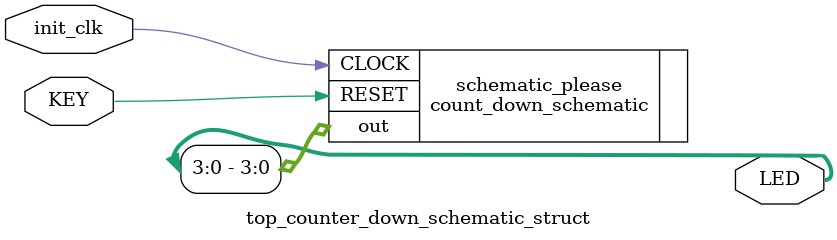
<source format=v>
module top_counter_down_schematic_struct(KEY, LED, init_clk);
	input init_clk, KEY;
	output[9:0] LED;

//	reg[26:0] tBase; //  system timebase
//	wire slow_clk, inv_q;
//	
//	always @(posedge init_clk) tBase <= tBase + 1'b1; 	         //  build the timebase
//	
//	DFlipFlop time_flip (.q(slow_clk), .qBar(inv_q), .D(inv_q), .clk(tBase[24]), .rst(KEY));  //  uses system clock / 2^19 ~= 10 cycles per second
//	
//	count_down_schematic schematic_please (.CLOCK(slow_clk), .RESET(KEY), .out(LED[3:0]));
	count_down_schematic schematic_please (.CLOCK(init_clk), .RESET(KEY), .out(LED[3:0]));
endmodule 
</source>
